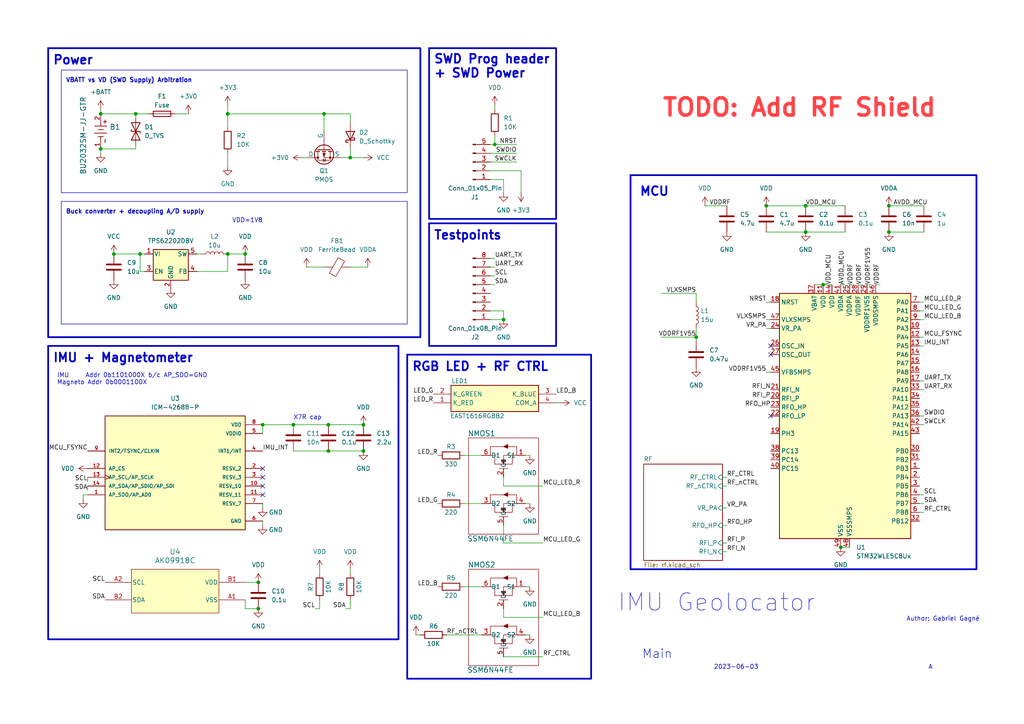
<source format=kicad_sch>
(kicad_sch (version 20230121) (generator eeschema)
  (paper "A4")
  (lib_symbols
    (symbol "AK09918C:AK09918C" (pin_names (offset 0.254))
      (property "Reference" "U4" (at 20.32 10.16 0))
      (property "Value" "AK09918C" (at 20.32 7.62 0))
      (symbol "AK09918C_0_1"
        (pin power_out line (at 40.64 -3.81 180) (length 7.62) (name "VSS") (number "A1"))
        (pin power_in line (at 40.64 1.27 180) (length 7.62) (name "VDD") (number "B1"))
        (pin bidirectional line (at 0 -3.81 0) (length 7.62) (name "SDA") (number "B2"))
      )
      (symbol "AK09918C_1_1"
        (pin input line (at 0 1.27 0) (length 7.62) (name "SCL") (number "A2"))
      )
    )
    (symbol "BU2032SM-JJ-GTR:BU2032SM-JJ-GTR" (pin_names (offset 0.254))
      (property "Reference" "B" (at 4.826 3.81 0))
      (property "Value" "BU2032SM-JJ-GTR" (at 4.826 -3.81 0))
      (symbol "BU2032SM-JJ-GTR_0_1"
        (pin unspecified line (at 10.16 0 180) (length 2.54) (name "") (number "1"))
        (pin unspecified line (at 0 0 0) (length 2.54) (name "") (number "2"))
      )
    )
    (symbol "Connector:Conn_01x05_Pin" (pin_names (offset 1.016) hide)
      (property "Reference" "J" (at 0 7.62 0))
      (property "Value" "Conn_01x05_Pin" (at 0 -7.62 0))
      (symbol "Conn_01x05_Pin_1_1"
        (pin passive line (at 5.08 5.08 180) (length 3.81) (name "Pin_1") (number "1"))
        (pin passive line (at 5.08 2.54 180) (length 3.81) (name "Pin_2") (number "2"))
        (pin passive line (at 5.08 0 180) (length 3.81) (name "Pin_3") (number "3"))
        (pin passive line (at 5.08 -2.54 180) (length 3.81) (name "Pin_4") (number "4"))
        (pin passive line (at 5.08 -5.08 180) (length 3.81) (name "Pin_5") (number "5"))
      )
    )
    (symbol "Connector:Conn_01x08_Pin" (pin_names (offset 1.016) hide)
      (property "Reference" "J" (at 0 10.16 0))
      (property "Value" "Conn_01x08_Pin" (at 0 -12.7 0))
      (symbol "Conn_01x08_Pin_1_1"
        (pin passive line (at 5.08 7.62 180) (length 3.81) (name "Pin_1") (number "1"))
        (pin passive line (at 5.08 5.08 180) (length 3.81) (name "Pin_2") (number "2"))
        (pin passive line (at 5.08 2.54 180) (length 3.81) (name "Pin_3") (number "3"))
        (pin passive line (at 5.08 0 180) (length 3.81) (name "Pin_4") (number "4"))
        (pin passive line (at 5.08 -2.54 180) (length 3.81) (name "Pin_5") (number "5"))
        (pin passive line (at 5.08 -5.08 180) (length 3.81) (name "Pin_6") (number "6"))
        (pin passive line (at 5.08 -7.62 180) (length 3.81) (name "Pin_7") (number "7"))
        (pin passive line (at 5.08 -10.16 180) (length 3.81) (name "Pin_8") (number "8"))
      )
    )
    (symbol "Device:C" (pin_numbers hide) (pin_names (offset 0.254))
      (property "Reference" "C" (at 0.635 2.54 0))
      (property "Value" "C" (at 0.635 -2.54 0))
      (symbol "C_1_1"
        (pin passive line (at 0 3.81 270) (length 2.794) (name "~") (number "1"))
        (pin passive line (at 0 -3.81 90) (length 2.794) (name "~") (number "2"))
      )
    )
    (symbol "Device:D_Schottky" (pin_numbers hide) (pin_names (offset 1.016) hide)
      (property "Reference" "D" (at 0 2.54 0))
      (property "Value" "D_Schottky" (at 0 -2.54 0))
      (symbol "D_Schottky_1_1"
        (pin passive line (at -3.81 0 0) (length 2.54) (name "K") (number "1"))
        (pin passive line (at 3.81 0 180) (length 2.54) (name "A") (number "2"))
      )
    )
    (symbol "Device:D_TVS" (pin_numbers hide) (pin_names (offset 1.016) hide)
      (property "Reference" "D" (at 0 2.54 0))
      (property "Value" "D_TVS" (at 0 -2.54 0))
      (symbol "D_TVS_1_1"
        (pin passive line (at -3.81 0 0) (length 2.54) (name "A1") (number "1"))
        (pin passive line (at 3.81 0 180) (length 2.54) (name "A2") (number "2"))
      )
    )
    (symbol "Device:FerriteBead" (pin_numbers hide) (pin_names (offset 0))
      (property "Reference" "FB" (at -3.81 0.635 90))
      (property "Value" "FerriteBead" (at 3.81 0 90))
      (symbol "FerriteBead_1_1"
        (pin passive line (at 0 3.81 270) (length 2.54) (name "~") (number "1"))
        (pin passive line (at 0 -3.81 90) (length 2.54) (name "~") (number "2"))
      )
    )
    (symbol "Device:Fuse" (pin_numbers hide) (pin_names (offset 0))
      (property "Reference" "F" (at 2.032 0 90))
      (property "Value" "Fuse" (at -1.905 0 90))
      (symbol "Fuse_1_1"
        (pin passive line (at 0 3.81 270) (length 1.27) (name "~") (number "1"))
        (pin passive line (at 0 -3.81 90) (length 1.27) (name "~") (number "2"))
      )
    )
    (symbol "Device:L" (pin_numbers hide) (pin_names (offset 1.016) hide)
      (property "Reference" "L" (at -1.27 0 90))
      (property "Value" "L" (at 1.905 0 90))
      (symbol "L_1_1"
        (pin passive line (at 0 3.81 270) (length 1.27) (name "1") (number "1"))
        (pin passive line (at 0 -3.81 90) (length 1.27) (name "2") (number "2"))
      )
    )
    (symbol "Device:R" (pin_numbers hide) (pin_names (offset 0))
      (property "Reference" "R" (at 2.032 0 90))
      (property "Value" "R" (at 0 0 90))
      (symbol "R_1_1"
        (pin passive line (at 0 3.81 270) (length 1.27) (name "~") (number "1"))
        (pin passive line (at 0 -3.81 90) (length 1.27) (name "~") (number "2"))
      )
    )
    (symbol "EAST1616RGBB2:EAST1616RGBB2"
      (property "Reference" "LED" (at 31.75 7.62 0))
      (property "Value" "EAST1616RGBB2" (at 31.75 5.08 0))
      (symbol "EAST1616RGBB2_1_1"
        (pin passive line (at 0 -2.54 0) (length 5.08) (name "K_RED") (number "1"))
        (pin passive line (at 0 0 0) (length 5.08) (name "K_GREEN") (number "2"))
        (pin passive line (at 35.56 0 180) (length 5.08) (name "K_BLUE") (number "3"))
        (pin passive line (at 35.56 -2.54 180) (length 5.08) (name "COM_A") (number "4"))
      )
    )
    (symbol "ICM-42688-P:ICM-42688-P" (pin_names (offset 1.016))
      (property "Reference" "U" (at -20.32 16.002 0))
      (property "Value" "ICM-42688-P" (at -20.32 -20.32 0))
      (symbol "ICM-42688-P_0_0"
        (pin bidirectional line (at -25.4 -7.62 0) (length 5.08) (name "AP_SDO/AP_AD0") (number "1"))
        (pin passive line (at 25.4 -5.08 180) (length 5.08) (name "RESV_10") (number "10"))
        (pin passive line (at 25.4 -7.62 180) (length 5.08) (name "RESV_11") (number "11"))
        (pin input line (at -25.4 0 0) (length 5.08) (name "AP_CS") (number "12"))
        (pin input clock (at -25.4 -2.54 0) (length 5.08) (name "AP_SCL/AP_SCLK") (number "13"))
        (pin bidirectional line (at -25.4 -5.08 0) (length 5.08) (name "AP_SDA/AP_SDIO/AP_SDI") (number "14"))
        (pin passive line (at 25.4 0 180) (length 5.08) (name "RESV_2") (number "2"))
        (pin passive line (at 25.4 -2.54 180) (length 5.08) (name "RESV_3") (number "3"))
        (pin output line (at 25.4 5.08 180) (length 5.08) (name "INT1/INT") (number "4"))
        (pin power_in line (at 25.4 10.16 180) (length 5.08) (name "VDDIO") (number "5"))
        (pin power_in line (at 25.4 -15.24 180) (length 5.08) (name "GND") (number "6"))
        (pin passive line (at 25.4 -10.16 180) (length 5.08) (name "RESV_7") (number "7"))
        (pin power_in line (at 25.4 12.7 180) (length 5.08) (name "VDD") (number "8"))
        (pin bidirectional line (at -25.4 5.08 0) (length 5.08) (name "INT2/FSYNC/CLKIN") (number "9"))
      )
    )
    (symbol "MCU_ST_STM32WL:STM32WLE5C8Ux"
      (property "Reference" "U" (at -17.78 36.83 0))
      (property "Value" "STM32WLE5C8Ux" (at 12.7 36.83 0))
      (symbol "STM32WLE5C8Ux_1_1"
        (pin bidirectional line (at 22.86 -15.24 180) (length 2.54) (name "PB3") (number "1"))
        (pin bidirectional line (at 22.86 25.4 180) (length 2.54) (name "PA3") (number "10"))
        (pin power_in line (at -5.08 38.1 270) (length 2.54) (name "VDD") (number "11"))
        (pin bidirectional line (at 22.86 22.86 180) (length 2.54) (name "PA4") (number "12"))
        (pin bidirectional line (at 22.86 20.32 180) (length 2.54) (name "PA5") (number "13"))
        (pin bidirectional line (at 22.86 17.78 180) (length 2.54) (name "PA6") (number "14"))
        (pin bidirectional line (at 22.86 15.24 180) (length 2.54) (name "PA7") (number "15"))
        (pin bidirectional line (at 22.86 12.7 180) (length 2.54) (name "PA8") (number "16"))
        (pin bidirectional line (at 22.86 10.16 180) (length 2.54) (name "PA9") (number "17"))
        (pin input line (at -20.32 33.02 0) (length 2.54) (name "NRST") (number "18"))
        (pin bidirectional line (at -20.32 -5.08 0) (length 2.54) (name "PH3") (number "19"))
        (pin bidirectional line (at 22.86 -17.78 180) (length 2.54) (name "PB4") (number "2"))
        (pin bidirectional line (at -20.32 5.08 0) (length 2.54) (name "RFI_P") (number "20"))
        (pin bidirectional line (at -20.32 7.62 0) (length 2.54) (name "RFI_N") (number "21"))
        (pin bidirectional line (at -20.32 0 0) (length 2.54) (name "RFO_LP") (number "22"))
        (pin bidirectional line (at -20.32 2.54 0) (length 2.54) (name "RFO_HP") (number "23"))
        (pin power_in line (at -20.32 25.4 0) (length 2.54) (name "VR_PA") (number "24"))
        (pin power_in line (at 2.54 38.1 270) (length 2.54) (name "VDDPA") (number "25"))
        (pin input line (at -20.32 20.32 0) (length 2.54) (name "OSC_IN") (number "26"))
        (pin input line (at -20.32 17.78 0) (length 2.54) (name "OSC_OUT") (number "27"))
        (pin power_in line (at 5.08 38.1 270) (length 2.54) (name "VDDRF") (number "28"))
        (pin power_in line (at 7.62 38.1 270) (length 2.54) (name "VDDRF1V55") (number "29"))
        (pin bidirectional line (at 22.86 -20.32 180) (length 2.54) (name "PB5") (number "3"))
        (pin bidirectional line (at 22.86 -10.16 180) (length 2.54) (name "PB0") (number "30"))
        (pin bidirectional line (at 22.86 -12.7 180) (length 2.54) (name "PB2") (number "31"))
        (pin bidirectional line (at 22.86 -30.48 180) (length 2.54) (name "PB12") (number "32"))
        (pin bidirectional line (at 22.86 7.62 180) (length 2.54) (name "PA10") (number "33"))
        (pin bidirectional line (at 22.86 5.08 180) (length 2.54) (name "PA11") (number "34"))
        (pin bidirectional line (at 22.86 2.54 180) (length 2.54) (name "PA12") (number "35"))
        (pin bidirectional line (at 22.86 0 180) (length 2.54) (name "PA13") (number "36"))
        (pin power_in line (at -7.62 38.1 270) (length 2.54) (name "VBAT") (number "37"))
        (pin bidirectional line (at -20.32 -10.16 0) (length 2.54) (name "PC13") (number "38"))
        (pin bidirectional line (at -20.32 -12.7 0) (length 2.54) (name "PC14") (number "39"))
        (pin bidirectional line (at 22.86 -22.86 180) (length 2.54) (name "PB6") (number "4"))
        (pin bidirectional line (at -20.32 -15.24 0) (length 2.54) (name "PC15") (number "40"))
        (pin power_in line (at 0 38.1 270) (length 2.54) (name "VDDA") (number "41"))
        (pin bidirectional line (at 22.86 -2.54 180) (length 2.54) (name "PA14") (number "42"))
        (pin bidirectional line (at 22.86 -5.08 180) (length 2.54) (name "PA15") (number "43"))
        (pin power_in line (at -2.54 38.1 270) (length 2.54) (name "VDD") (number "44"))
        (pin input line (at -20.32 12.7 0) (length 2.54) (name "VFBSMPS") (number "45"))
        (pin power_in line (at 10.16 38.1 270) (length 2.54) (name "VDDSMPS") (number "46"))
        (pin power_in line (at -20.32 27.94 0) (length 2.54) (name "VLXSMPS") (number "47"))
        (pin power_in line (at 2.54 -38.1 90) (length 2.54) (name "VSSSMPS") (number "48"))
        (pin power_in line (at 0 -38.1 90) (length 2.54) (name "VSS") (number "49"))
        (pin bidirectional line (at 22.86 -25.4 180) (length 2.54) (name "PB7") (number "5"))
        (pin bidirectional line (at 22.86 -27.94 180) (length 2.54) (name "PB8") (number "6"))
        (pin bidirectional line (at 22.86 33.02 180) (length 2.54) (name "PA0") (number "7"))
        (pin bidirectional line (at 22.86 30.48 180) (length 2.54) (name "PA1") (number "8"))
        (pin bidirectional line (at 22.86 27.94 180) (length 2.54) (name "PA2") (number "9"))
      )
    )
    (symbol "Regulator_Switching:TPS62202DBV" (pin_names (offset 0.254))
      (property "Reference" "U" (at -5.08 7.62 0))
      (property "Value" "TPS62202DBV" (at 0 7.62 0))
      (symbol "TPS62202DBV_1_1"
        (pin power_in line (at -7.62 5.08 0) (length 2.54) (name "VI") (number "1"))
        (pin power_in line (at 0 -5.08 90) (length 2.54) (name "GND") (number "2"))
        (pin input line (at -7.62 0 0) (length 2.54) (name "EN") (number "3"))
        (pin input line (at 7.62 0 180) (length 2.54) (name "FB") (number "4"))
        (pin output line (at 7.62 5.08 180) (length 2.54) (name "SW") (number "5"))
      )
    )
    (symbol "SSM6N44FE,LM:SSM6N44FE" (pin_names (offset 0.254))
      (property "Reference" "NMOS" (at -6.35 12.7 0))
      (property "Value" "SSM6N44FE" (at -3.81 -19.05 0))
      (symbol "SSM6N44FE_1_1"
        (pin unspecified line (at 6.35 6.35 180) (length 2.54) (name "S1") (number "1"))
        (pin unspecified line (at 0 0 90) (length 2.54) (name "G1") (number "2"))
        (pin unspecified line (at -6.35 -7.62 0) (length 2.54) (name "D2") (number "3"))
        (pin unspecified line (at 6.35 -7.62 180) (length 2.54) (name "S2") (number "4"))
        (pin unspecified line (at 0 -13.97 90) (length 2.54) (name "G2") (number "5"))
        (pin unspecified line (at -6.35 6.35 0) (length 2.54) (name "D1") (number "6"))
      )
    )
    (symbol "Simulation_SPICE:PMOS" (pin_numbers hide) (pin_names (offset 0))
      (property "Reference" "Q" (at 5.08 1.27 0))
      (property "Value" "PMOS" (at 5.08 -1.27 0))
      (symbol "PMOS_1_1"
        (pin passive line (at 2.54 5.08 270) (length 2.54) (name "D") (number "1"))
        (pin input line (at -5.08 0 0) (length 2.54) (name "G") (number "2"))
        (pin passive line (at 2.54 -5.08 90) (length 2.54) (name "S") (number "3"))
      )
    )
    (symbol "power:+3V0" (power) (pin_names (offset 0))
      (property "Value" "+3V0" (at 0 3.556 0))
      (symbol "+3V0_1_1"
        (pin power_in line (at 0 0 90) (length 0) hide (name "+3V0") (number "1"))
      )
    )
    (symbol "power:+3V3" (power) (pin_names (offset 0))
      (property "Value" "+3V3" (at 0 3.556 0))
      (symbol "+3V3_1_1"
        (pin power_in line (at 0 0 90) (length 0) hide (name "+3V3") (number "1"))
      )
    )
    (symbol "power:+BATT" (power) (pin_names (offset 0))
      (property "Value" "+BATT" (at 0 3.556 0))
      (symbol "+BATT_1_1"
        (pin power_in line (at 0 0 90) (length 0) hide (name "+BATT") (number "1"))
      )
    )
    (symbol "power:GND" (power) (pin_names (offset 0))
      (property "Value" "GND" (at 0 -3.81 0))
      (symbol "GND_1_1"
        (pin power_in line (at 0 0 270) (length 0) hide (name "GND") (number "1"))
      )
    )
    (symbol "power:VCC" (power) (pin_names (offset 0))
      (property "Value" "VCC" (at 0 3.81 0))
      (symbol "VCC_1_1"
        (pin power_in line (at 0 0 90) (length 0) hide (name "VCC") (number "1"))
      )
    )
    (symbol "power:VDD" (power) (pin_names (offset 0))
      (property "Value" "VDD" (at 0 3.81 0))
      (symbol "VDD_1_1"
        (pin power_in line (at 0 0 90) (length 0) hide (name "VDD") (number "1"))
      )
    )
    (symbol "power:VDDA" (power) (pin_names (offset 0))
      (property "Value" "VDDA" (at 0 3.81 0))
      (symbol "VDDA_1_1"
        (pin power_in line (at 0 0 90) (length 0) hide (name "VDDA") (number "1"))
      )
    )
  )
  (junction (at 93.98 33.02))
  (junction (at 233.68 67.31))
  (junction (at 257.81 59.69))
  (junction (at 146.05 92.71))
  (junction (at 105.41 130.81))
  (junction (at 85.09 123.19))
  (junction (at 95.25 123.19))
  (junction (at 74.93 168.91))
  (junction (at 76.2 123.19))
  (junction (at 74.93 176.53))
  (junction (at 257.81 67.31))
  (junction (at 143.51 41.91))
  (junction (at 238.76 82.55))
  (junction (at 95.25 130.81))
  (junction (at 29.21 43.18))
  (junction (at 105.41 123.19))
  (junction (at 40.64 73.66))
  (junction (at 29.21 33.02))
  (junction (at 66.04 73.66))
  (junction (at 101.6 45.72))
  (junction (at 243.84 158.75))
  (junction (at 66.04 33.02))
  (junction (at 233.68 59.69))
  (junction (at 201.93 97.79))
  (junction (at 39.37 33.02))
  (junction (at 222.25 59.69))
  (junction (at 33.02 73.66))
  (junction (at 71.12 73.66))
  (no_connect (at 223.52 102.87))
  (no_connect (at 76.2 143.51))
  (no_connect (at 223.52 100.33))
  (no_connect (at 76.2 140.97))
  (no_connect (at 76.2 135.89))
  (no_connect (at 223.52 120.65))
  (no_connect (at 76.2 138.43))
  (wire (pts (xy 142.24 92.71) (xy 146.05 92.71)))
  (wire (pts (xy 143.51 80.01) (xy 142.24 80.01)))
  (wire (pts (xy 92.71 165.1) (xy 92.71 166.37)))
  (wire (pts (xy 142.24 82.55) (xy 143.51 82.55)))
  (wire (pts (xy 120.65 184.15) (xy 121.92 184.15)))
  (wire (pts (xy 209.55 138.43) (xy 210.82 138.43)))
  (wire (pts (xy 266.7 100.33) (xy 267.97 100.33)))
  (wire (pts (xy 245.11 82.55) (xy 243.84 82.55)))
  (wire (pts (xy 257.81 59.69) (xy 267.97 59.69)))
  (wire (pts (xy 267.97 113.03) (xy 266.7 113.03)))
  (wire (pts (xy 66.04 33.02) (xy 66.04 30.48)))
  (wire (pts (xy 134.62 132.08) (xy 139.7 132.08)))
  (wire (pts (xy 76.2 152.4) (xy 76.2 151.13)))
  (wire (pts (xy 142.24 52.07) (xy 146.05 52.07)))
  (wire (pts (xy 29.21 43.18) (xy 39.37 43.18)))
  (wire (pts (xy 222.25 59.69) (xy 233.68 59.69)))
  (wire (pts (xy 101.6 77.47) (xy 106.68 77.47)))
  (wire (pts (xy 87.63 45.72) (xy 88.9 45.72)))
  (wire (pts (xy 209.55 140.97) (xy 210.82 140.97)))
  (wire (pts (xy 71.12 173.99) (xy 71.12 176.53)))
  (wire (pts (xy 152.4 184.15) (xy 153.67 184.15)))
  (wire (pts (xy 129.54 184.15) (xy 139.7 184.15)))
  (wire (pts (xy 66.04 73.66) (xy 71.12 73.66)))
  (wire (pts (xy 142.24 77.47) (xy 143.51 77.47)))
  (wire (pts (xy 100.33 176.53) (xy 101.6 176.53)))
  (wire (pts (xy 50.8 33.02) (xy 54.61 33.02)))
  (wire (pts (xy 267.97 97.79) (xy 266.7 97.79)))
  (wire (pts (xy 142.24 44.45) (xy 149.86 44.45)))
  (wire (pts (xy 57.15 78.74) (xy 66.04 78.74)))
  (wire (pts (xy 267.97 87.63) (xy 266.7 87.63)))
  (wire (pts (xy 142.24 90.17) (xy 146.05 90.17)))
  (wire (pts (xy 146.05 176.53) (xy 146.05 179.07)))
  (wire (pts (xy 233.68 67.31) (xy 245.11 67.31)))
  (wire (pts (xy 101.6 45.72) (xy 99.06 45.72)))
  (wire (pts (xy 222.25 67.31) (xy 233.68 67.31)))
  (wire (pts (xy 74.93 176.53) (xy 71.12 176.53)))
  (wire (pts (xy 146.05 190.5) (xy 157.48 190.5)))
  (wire (pts (xy 151.13 55.88) (xy 151.13 49.53)))
  (wire (pts (xy 101.6 33.02) (xy 101.6 35.56)))
  (wire (pts (xy 66.04 33.02) (xy 93.98 33.02)))
  (wire (pts (xy 250.19 82.55) (xy 248.92 82.55)))
  (wire (pts (xy 152.4 146.05) (xy 153.67 146.05)))
  (wire (pts (xy 101.6 43.18) (xy 101.6 45.72)))
  (wire (pts (xy 101.6 165.1) (xy 101.6 166.37)))
  (wire (pts (xy 267.97 110.49) (xy 266.7 110.49)))
  (wire (pts (xy 43.18 33.02) (xy 39.37 33.02)))
  (wire (pts (xy 266.7 148.59) (xy 267.97 148.59)))
  (wire (pts (xy 222.25 95.25) (xy 223.52 95.25)))
  (wire (pts (xy 33.02 73.66) (xy 40.64 73.66)))
  (wire (pts (xy 247.65 82.55) (xy 246.38 82.55)))
  (wire (pts (xy 93.98 33.02) (xy 93.98 38.1)))
  (wire (pts (xy 143.51 39.37) (xy 143.51 41.91)))
  (wire (pts (xy 201.93 95.25) (xy 201.93 97.79)))
  (wire (pts (xy 85.09 130.81) (xy 95.25 130.81)))
  (wire (pts (xy 238.76 82.55) (xy 241.3 82.55)))
  (wire (pts (xy 257.81 67.31) (xy 267.97 67.31)))
  (wire (pts (xy 85.09 123.19) (xy 95.25 123.19)))
  (wire (pts (xy 252.73 82.55) (xy 251.46 82.55)))
  (wire (pts (xy 92.71 176.53) (xy 92.71 173.99)))
  (wire (pts (xy 134.62 146.05) (xy 139.7 146.05)))
  (wire (pts (xy 57.15 73.66) (xy 58.42 73.66)))
  (wire (pts (xy 29.21 33.02) (xy 39.37 33.02)))
  (wire (pts (xy 101.6 45.72) (xy 105.41 45.72)))
  (wire (pts (xy 222.25 87.63) (xy 223.52 87.63)))
  (wire (pts (xy 142.24 41.91) (xy 143.51 41.91)))
  (wire (pts (xy 142.24 74.93) (xy 143.51 74.93)))
  (wire (pts (xy 146.05 179.07) (xy 157.48 179.07)))
  (wire (pts (xy 101.6 176.53) (xy 101.6 173.99)))
  (wire (pts (xy 191.77 85.09) (xy 201.93 85.09)))
  (wire (pts (xy 29.21 44.45) (xy 29.21 43.18)))
  (wire (pts (xy 40.64 73.66) (xy 41.91 73.66)))
  (wire (pts (xy 25.4 142.24) (xy 25.4 140.97)))
  (wire (pts (xy 66.04 36.83) (xy 66.04 33.02)))
  (wire (pts (xy 146.05 152.4) (xy 146.05 157.48)))
  (wire (pts (xy 74.93 168.91) (xy 71.12 168.91)))
  (wire (pts (xy 152.4 170.18) (xy 153.67 170.18)))
  (wire (pts (xy 151.13 49.53) (xy 142.24 49.53)))
  (wire (pts (xy 267.97 92.71) (xy 266.7 92.71)))
  (wire (pts (xy 142.24 46.99) (xy 149.86 46.99)))
  (wire (pts (xy 29.21 31.75) (xy 29.21 33.02)))
  (wire (pts (xy 267.97 90.17) (xy 266.7 90.17)))
  (wire (pts (xy 134.62 170.18) (xy 139.7 170.18)))
  (wire (pts (xy 201.93 85.09) (xy 201.93 87.63)))
  (wire (pts (xy 91.44 176.53) (xy 92.71 176.53)))
  (wire (pts (xy 191.77 97.79) (xy 201.93 97.79)))
  (wire (pts (xy 39.37 43.18) (xy 39.37 41.91)))
  (wire (pts (xy 152.4 132.08) (xy 153.67 132.08)))
  (wire (pts (xy 222.25 92.71) (xy 223.52 92.71)))
  (wire (pts (xy 222.25 107.95) (xy 223.52 107.95)))
  (wire (pts (xy 76.2 147.32) (xy 76.2 146.05)))
  (wire (pts (xy 209.55 152.4) (xy 210.82 152.4)))
  (wire (pts (xy 204.47 59.69) (xy 210.82 59.69)))
  (wire (pts (xy 243.84 158.75) (xy 246.38 158.75)))
  (wire (pts (xy 66.04 78.74) (xy 66.04 73.66)))
  (wire (pts (xy 201.93 97.79) (xy 201.93 99.06)))
  (wire (pts (xy 25.4 139.7) (xy 25.4 138.43)))
  (wire (pts (xy 88.9 77.47) (xy 93.98 77.47)))
  (wire (pts (xy 146.05 90.17) (xy 146.05 92.71)))
  (wire (pts (xy 255.27 82.55) (xy 254 82.55)))
  (wire (pts (xy 95.25 123.19) (xy 105.41 123.19)))
  (wire (pts (xy 266.7 120.65) (xy 267.97 120.65)))
  (wire (pts (xy 209.55 157.48) (xy 210.82 157.48)))
  (wire (pts (xy 143.51 30.48) (xy 143.51 31.75)))
  (wire (pts (xy 146.05 138.43) (xy 146.05 140.97)))
  (wire (pts (xy 209.55 147.32) (xy 210.8014 147.32)))
  (wire (pts (xy 146.05 52.07) (xy 146.05 55.88)))
  (wire (pts (xy 266.7 123.19) (xy 267.97 123.19)))
  (wire (pts (xy 76.2 123.19) (xy 85.09 123.19)))
  (wire (pts (xy 146.05 140.97) (xy 157.48 140.97)))
  (wire (pts (xy 93.98 33.02) (xy 101.6 33.02)))
  (wire (pts (xy 161.29 116.84) (xy 162.56 116.84)))
  (wire (pts (xy 39.37 33.02) (xy 39.37 34.29)))
  (wire (pts (xy 76.2 123.19) (xy 76.2 125.73)))
  (wire (pts (xy 40.64 78.74) (xy 40.64 73.66)))
  (wire (pts (xy 25.4 143.51) (xy 24.13 143.51)))
  (wire (pts (xy 95.25 130.81) (xy 105.41 130.81)))
  (wire (pts (xy 209.55 160.02) (xy 210.82 160.02)))
  (wire (pts (xy 146.05 157.48) (xy 157.48 157.48)))
  (wire (pts (xy 66.04 44.45) (xy 66.04 48.26)))
  (wire (pts (xy 143.51 41.91) (xy 149.86 41.91)))
  (wire (pts (xy 233.68 59.69) (xy 245.11 59.69)))
  (wire (pts (xy 266.7 146.05) (xy 267.97 146.05)))
  (wire (pts (xy 266.7 143.51) (xy 267.97 143.51)))
  (wire (pts (xy 24.13 143.51) (xy 24.13 144.78)))
  (wire (pts (xy 41.91 78.74) (xy 40.64 78.74)))
  (wire (pts (xy 236.22 82.55) (xy 238.76 82.55)))
  (rectangle (start 182.88 50.8) (end 283.21 165.1) (stroke (width 0.5)))
  (rectangle (start 17.78 58.42) (end 118.11 93.98))
  (rectangle (start 13.97 100.33) (end 115.57 185.42) (stroke (width 0.5)))
  (rectangle (start 118.11 102.87) (end 171.45 196.85) (stroke (width 0.5)))
  (rectangle (start 124.46 13.97) (end 161.29 63.5) (stroke (width 0.5)))
  (rectangle (start 13.97 13.97) (end 121.92 97.79) (stroke (width 0.5)))
  (rectangle (start 124.46 64.77) (end 161.29 100.33) (stroke (width 0.5)))
  (rectangle (start 17.78 20.32) (end 118.11 55.88))
  (text "Testpoints" (at 125.73 69.85 0) (effects (font (size 2.54 2.54) (thickness 0.508) bold) (justify left bottom)))
  (text "TODO: Add RF Shield" (at 191.77 34.29 0) (effects (font (size 5 5) (thickness 1) bold) (justify left bottom)))
  (text "A" (at 269.24 194.31 0) (effects (font (size 1.27 1.27)) (justify left bottom)))
  (text "RGB LED + RF CTRL" (at 119.38 107.95 0) (effects (font (size 2.54 2.54) (thickness 0.508) bold) (justify left bottom)))
  (text "IMU Geolocator" (at 179.07 177.8 0) (effects (font (size 5 5)) (justify left bottom)))
  (text "Power" (at 15.24 19.05 0) (effects (font (size 2.54 2.54) (thickness 0.508) bold) (justify left bottom)))
  (text "Main" (at 186.1691 191.2831 0) (effects (font (size 2.54 2.54)) (justify left bottom)))
  (text "IMU     Addr 0b1101000X b/c AP_SDO=GND\nMagneto Addr 0b0001100X" (at 16.51 111.76 0) (effects (font (size 1.27 1.27)) (justify left bottom)))
  (text "Author: Gabriel Gagné" (at 262.89 180.34 0) (effects (font (size 1.27 1.27)) (justify left bottom)))
  (text "MCU" (at 185.42 57.15 0) (effects (font (size 2.54 2.54) (thickness 0.508) bold) (justify left bottom)))
  (text "Buck converter + decoupling A/D supply" (at 19.05 62.23 0) (effects (font (size 1.27 1.27) (thickness 0.254) bold) (justify left bottom)))
  (text "2023-06-03" (at 207.01 194.31 0) (effects (font (size 1.27 1.27)) (justify left bottom)))
  (text "VBATT vs VD (SWD Supply) Arbitration" (at 19.05 24.13 0) (effects (font (size 1.27 1.27) (thickness 0.254) bold) (justify left bottom)))
  (text "IMU + Magnetometer" (at 15.24 105.41 0) (effects (font (size 2.54 2.54) (thickness 0.508) bold) (justify left bottom)))
  (text "VDD=1V8" (at 67.31 64.77 0) (effects (font (size 1.27 1.27)) (justify left bottom)))
  (text "SWD Prog header\n+ SWD Power" (at 125.73 22.86 0) (effects (font (size 2.54 2.54) (thickness 0.508) bold) (justify left bottom)))
  (text "X7R cap" (at 85.09 121.92 0) (effects (font (size 1.27 1.27)) (justify left bottom)))
  (label "RFI_P" (at 210.82 157.48 0))
  (label "MCU_LED_R" (at 157.48 140.97 0))
  (label "MCU_FSYNC" (at 25.4 130.81 180))
  (label "UART_TX" (at 143.51 74.93 0))
  (label "LED_G" (at 127 146.05 180))
  (label "SCL" (at 91.44 176.53 180))
  (label "NRST" (at 222.25 87.63 180))
  (label "VDDRF" (at 247.65 82.55 90))
  (label "IMU_INT" (at 267.97 100.33 0))
  (label "UART_RX" (at 267.97 113.03 0))
  (label "MCU_LED_G" (at 157.48 157.48 0))
  (label "RFI_P" (at 223.52 115.57 180))
  (label "VDDRF1V55" (at 252.73 82.55 90))
  (label "VDDRF" (at 255.27 82.55 90))
  (label "LED_R" (at 125.73 116.84 180))
  (label "VDDRF1V55" (at 201.93 97.79 180))
  (label "VDDRF1V55" (at 222.25 107.95 180))
  (label "RF_CTRL" (at 210.82 138.43 0))
  (label "UART_TX" (at 267.97 110.49 0))
  (label "NRST" (at 149.86 41.91 180))
  (label "VDD_MCU" (at 233.68 59.69 0))
  (label "SCL" (at 143.51 80.01 0))
  (label "RFI_N" (at 223.52 113.03 180))
  (label "SDA" (at 30.48 173.99 180))
  (label "UART_RX" (at 143.51 77.47 0))
  (label "AVDD_MCU" (at 259.08 59.69 0))
  (label "LED_G" (at 125.73 114.3 180))
  (label "MCU_LED_R" (at 267.97 87.63 0))
  (label "VDD_MCU" (at 241.3 82.55 90))
  (label "SDA" (at 25.4 142.24 180))
  (label "RF_nCTRL" (at 129.54 184.15 0))
  (label "SWDIO" (at 149.86 44.45 180))
  (label "SWCLK" (at 267.97 123.19 0))
  (label "RF_CTRL" (at 157.48 190.5 0))
  (label "LED_B" (at 127 170.18 180))
  (label "VDDRF" (at 205.74 59.69 0))
  (label "VR_PA" (at 222.25 95.25 180))
  (label "MCU_FSYNC" (at 267.97 97.79 0))
  (label "RFO_HP" (at 223.52 118.11 180))
  (label "SCL" (at 30.48 168.91 180))
  (label "AVDD_MCU" (at 245.11 82.55 90))
  (label "VLXSMPS" (at 201.93 85.09 180))
  (label "SCL" (at 267.97 143.51 0))
  (label "SDA" (at 267.97 146.05 0))
  (label "SDA" (at 100.33 176.53 180))
  (label "MCU_LED_B" (at 267.97 92.71 0))
  (label "RFI_N" (at 210.82 160.02 0))
  (label "VDDRF" (at 250.19 82.55 90))
  (label "MCU_LED_G" (at 267.97 90.17 0))
  (label "SCL" (at 25.4 139.7 180))
  (label "MCU_LED_B" (at 157.48 179.07 0))
  (label "LED_R" (at 127 132.08 180))
  (label "IMU_INT" (at 76.2 130.81 0))
  (label "SWCLK" (at 149.86 46.99 180))
  (label "RFO_HP" (at 210.82 152.4 0))
  (label "LED_B" (at 161.29 114.3 0))
  (label "SWDIO" (at 267.97 120.65 0))
  (label "VLXSMPS" (at 222.25 92.71 180))
  (label "VR_PA" (at 210.8014 147.32 0))
  (label "RF_nCTRL" (at 210.82 140.97 0))
  (label "SDA" (at 143.51 82.55 0))
  (label "RF_CTRL" (at 267.97 148.59 0))
  (symbol (lib_id "SSM6N44FE,LM:SSM6N44FE") (at 146.05 138.43 0) (unit 1)
    (property "Reference" "NMOS1" (at 139.7 125.73 0) (effects (font (size 1.524 1.524))))
    (property "Value" "SSM6N44FE" (at 142.24 156.21 0) (effects (font (size 1.524 1.524))))
    (property "Footprint" "SSM6N44FE,LM:ES6" (effects hide))
    (property "Datasheet" "SSM6N44FE" (effects hide))
  )
  (symbol (lib_id "power:+3V3") (at 151.13 55.88 180) (unit 1)
    (property "Reference" "#PWR023" (effects hide))
    (property "Value" "+3V3" (at 151.13 60.96 0))
  )
  (symbol (lib_id "EAST1616RGBB2:EAST1616RGBB2") (at 125.73 114.3 0) (unit 1)
    (property "Reference" "LED1" (at 133.35 110.49 0))
    (property "Value" "EAST1616RGBB2" (at 138.43 120.65 0))
    (property "Footprint" "EAST1616RGBB2:EAST1616RGBB2" (effects hide))
    (property "Datasheet" "https://everlightamericas.com/index.php?controller=attachment&id_attachment=2426" (effects hide))
    (property "Height" "0.45" (effects hide))
    (property "Manufacturer_Name" "Everlight" (effects hide))
    (property "Manufacturer_Part_Number" "EAST1616RGBB2" (effects hide))
    (property "Link" "https://www.digikey.ca/en/products/detail/everlight-electronics-co-ltd/EAST1616RGBB2/8510360" (effects hide))
  )
  (symbol (lib_id "SSM6N44FE,LM:SSM6N44FE") (at 146.05 176.53 0) (unit 1)
    (property "Reference" "NMOS2" (at 139.7 163.83 0) (effects (font (size 1.524 1.524))))
    (property "Value" "SSM6N44FE" (at 142.24 194.31 0) (effects (font (size 1.524 1.524))))
    (property "Footprint" "SSM6N44FE,LM:ES6" (effects hide))
    (property "Datasheet" "SSM6N44FE" (effects hide))
  )
  (symbol (lib_id "power:VDDA") (at 106.68 77.47 0) (unit 1)
    (property "Reference" "#PWR015" (effects hide))
    (property "Value" "VDDA" (at 106.68 72.39 0))
  )
  (symbol (lib_id "Regulator_Switching:TPS62202DBV") (at 49.53 78.74 0) (unit 1)
    (property "Reference" "U2" (at 49.53 67.31 0))
    (property "Value" "TPS62202DBV" (at 49.53 69.85 0))
    (property "Footprint" "Package_TO_SOT_SMD:SOT-23-5" (effects hide))
    (property "Datasheet" "http://www.ti.com/lit/ds/symlink/tps62201.pdf" (effects hide))
    (property "Link" "https://www.digikey.ca/en/products/detail/texas-instruments/TPS62202DBVT/461342" (effects hide))
  )
  (symbol (lib_id "power:VDD") (at 143.51 30.48 0) (unit 1)
    (property "Reference" "#PWR021" (effects hide))
    (property "Value" "VDD" (at 143.51 25.4 0))
  )
  (symbol (lib_id "Device:R") (at 101.6 170.18 180) (unit 1)
    (property "Reference" "R8" (at 99.06 170.18 90))
    (property "Value" "10K" (at 104.14 170.18 90))
    (property "Footprint" "Resistor_SMD:R_0603_1608Metric" (effects hide))
  )
  (symbol (lib_id "power:+BATT") (at 29.21 31.75 0) (unit 1)
    (property "Reference" "#PWR017" (effects hide))
    (property "Value" "+BATT" (at 29.21 26.67 0))
  )
  (symbol (lib_id "power:GND") (at 76.2 147.32 0) (unit 1)
    (property "Reference" "#PWR033" (effects hide))
    (property "Value" "GND" (at 80.01 148.59 0))
  )
  (symbol (lib_id "power:VDD") (at 105.41 123.19 0) (unit 1)
    (property "Reference" "#PWR029" (effects hide))
    (property "Value" "VDD" (at 105.41 118.11 0))
  )
  (symbol (lib_id "Device:R") (at 130.81 146.05 90) (unit 1)
    (property "Reference" "R4" (at 130.81 143.51 90))
    (property "Value" "220" (at 130.81 148.59 90))
    (property "Footprint" "Resistor_SMD:R_0603_1608Metric" (effects hide))
  )
  (symbol (lib_id "Device:R") (at 92.71 170.18 180) (unit 1)
    (property "Reference" "R7" (at 90.17 170.18 90))
    (property "Value" "10K" (at 95.25 170.18 90))
    (property "Footprint" "Resistor_SMD:R_0603_1608Metric" (effects hide))
  )
  (symbol (lib_id "Device:R") (at 130.81 170.18 90) (unit 1)
    (property "Reference" "R5" (at 130.81 167.64 90))
    (property "Value" "220" (at 130.81 172.72 90))
    (property "Footprint" "Resistor_SMD:R_0603_1608Metric" (effects hide))
  )
  (symbol (lib_id "power:GND") (at 257.81 67.31 0) (unit 1)
    (property "Reference" "#PWR02" (effects hide))
    (property "Value" "GND" (at 257.81 72.39 0))
  )
  (symbol (lib_id "power:GND") (at 76.2 152.4 0) (unit 1)
    (property "Reference" "#PWR030" (effects hide))
    (property "Value" "GND" (at 80.01 153.67 0))
  )
  (symbol (lib_id "power:VDD") (at 25.4 135.89 90) (unit 1)
    (property "Reference" "#PWR032" (effects hide))
    (property "Value" "VDD" (at 21.59 135.89 90) (effects (justify left)))
  )
  (symbol (lib_id "power:VCC") (at 33.02 73.66 0) (unit 1)
    (property "Reference" "#PWR026" (effects hide))
    (property "Value" "VCC" (at 33.02 68.58 0))
  )
  (symbol (lib_id "power:GND") (at 153.67 184.15 0) (unit 1)
    (property "Reference" "#PWR050" (effects hide))
    (property "Value" "GND" (at 153.67 189.23 0))
  )
  (symbol (lib_id "power:GND") (at 74.93 176.53 0) (unit 1)
    (property "Reference" "#PWR028" (effects hide))
    (property "Value" "GND" (at 74.93 181.61 0))
  )
  (symbol (lib_id "power:VDD") (at 204.47 59.69 0) (unit 1)
    (property "Reference" "#PWR09" (effects hide))
    (property "Value" "VDD" (at 204.47 54.61 0))
  )
  (symbol (lib_id "Device:C") (at 245.11 63.5 0) (unit 1)
    (property "Reference" "C3" (at 248.92 62.23 0) (effects (justify left)))
    (property "Value" "0.1u" (at 248.92 64.77 0) (effects (justify left)))
    (property "Footprint" "Capacitor_SMD:C_0603_1608Metric" (effects hide))
  )
  (symbol (lib_id "Device:D_Schottky") (at 101.6 39.37 90) (unit 1)
    (property "Reference" "D2" (at 104.14 38.4175 90) (effects (justify right)))
    (property "Value" "D_Schottky" (at 104.14 40.9575 90) (effects (justify right)))
    (property "Footprint" "Diode_SMD:D_SOD-123F" (effects hide))
    (property "Link" "https://www.digikey.ca/en/products/detail/micro-commercial-co/SMD110PL-TP/2698532" (effects hide))
  )
  (symbol (lib_id "Device:C") (at 74.93 172.72 0) (unit 1)
    (property "Reference" "C10" (at 78.74 171.45 0) (effects (justify left)))
    (property "Value" "0.1u" (at 78.74 173.99 0) (effects (justify left)))
    (property "Footprint" "Capacitor_SMD:C_0603_1608Metric" (effects hide))
  )
  (symbol (lib_id "power:VDDA") (at 257.81 59.69 0) (unit 1)
    (property "Reference" "#PWR05" (effects hide))
    (property "Value" "VDDA" (at 257.81 54.61 0))
  )
  (symbol (lib_id "Device:C") (at 233.68 63.5 0) (unit 1)
    (property "Reference" "C2" (at 237.49 62.23 0) (effects (justify left)))
    (property "Value" "0.1u" (at 237.49 64.77 0) (effects (justify left)))
    (property "Footprint" "Capacitor_SMD:C_0603_1608Metric" (effects hide))
  )
  (symbol (lib_id "power:+3V0") (at 87.63 45.72 90) (unit 1)
    (property "Reference" "#PWR025" (effects hide))
    (property "Value" "+3V0" (at 83.82 45.72 90) (effects (justify left)))
  )
  (symbol (lib_id "power:+3V0") (at 54.61 33.02 0) (unit 1)
    (property "Reference" "#PWR019" (effects hide))
    (property "Value" "+3V0" (at 54.61 27.94 0))
  )
  (symbol (lib_id "power:VDD") (at 222.25 59.69 0) (unit 1)
    (property "Reference" "#PWR08" (effects hide))
    (property "Value" "VDD" (at 222.25 54.61 0))
  )
  (symbol (lib_id "Device:C") (at 210.82 63.5 0) (unit 1)
    (property "Reference" "C5" (at 214.63 62.23 0) (effects (justify left)))
    (property "Value" "4.7u" (at 214.63 64.77 0) (effects (justify left)))
    (property "Footprint" "Capacitor_SMD:C_0603_1608Metric" (effects hide))
  )
  (symbol (lib_id "Device:D_TVS") (at 39.37 38.1 90) (unit 1)
    (property "Reference" "D1" (at 41.91 36.83 90) (effects (justify right)))
    (property "Value" "D_TVS" (at 41.91 39.37 90) (effects (justify right)))
    (property "Footprint" "Diode_SMD:D_SOD-323F" (effects hide))
    (property "Datasheet" "https://www.diodes.com/assets/Datasheets/D5V0L1B2WS.pdf" (effects hide))
  )
  (symbol (lib_id "power:GND") (at 153.67 170.18 0) (unit 1)
    (property "Reference" "#PWR024" (effects hide))
    (property "Value" "GND" (at 153.67 175.26 0))
  )
  (symbol (lib_id "power:GND") (at 201.93 106.68 0) (unit 1)
    (property "Reference" "#PWR07" (effects hide))
    (property "Value" "GND" (at 201.93 111.76 0))
  )
  (symbol (lib_id "power:GND") (at 49.53 83.82 0) (unit 1)
    (property "Reference" "#PWR010" (effects hide))
    (property "Value" "GND" (at 49.53 88.9 0))
  )
  (symbol (lib_id "Device:C") (at 201.93 102.87 0) (unit 1)
    (property "Reference" "C7" (at 205.74 101.6 0) (effects (justify left)))
    (property "Value" "0.47u" (at 205.74 104.14 0) (effects (justify left)))
    (property "Footprint" "Capacitor_SMD:C_0603_1608Metric" (effects hide))
  )
  (symbol (lib_id "power:VDD") (at 74.93 168.91 0) (unit 1)
    (property "Reference" "#PWR027" (effects hide))
    (property "Value" "VDD" (at 74.93 163.83 0))
  )
  (symbol (lib_id "power:+3V3") (at 66.04 30.48 0) (unit 1)
    (property "Reference" "#PWR036" (effects hide))
    (property "Value" "+3V3" (at 66.04 25.4 0))
  )
  (symbol (lib_id "power:GND") (at 153.67 132.08 0) (unit 1)
    (property "Reference" "#PWR038" (effects hide))
    (property "Value" "GND" (at 153.67 137.16 0))
  )
  (symbol (lib_id "Device:C") (at 95.25 127 0) (unit 1)
    (property "Reference" "C12" (at 99.06 125.73 0) (effects (justify left)))
    (property "Value" "0.1u" (at 99.06 128.27 0) (effects (justify left)))
    (property "Footprint" "Capacitor_SMD:C_0603_1608Metric" (effects hide))
  )
  (symbol (lib_id "Device:FerriteBead") (at 97.79 77.47 90) (unit 1)
    (property "Reference" "FB1" (at 97.7392 69.85 90))
    (property "Value" "FerriteBead" (at 97.7392 72.39 90))
    (property "Footprint" "Inductor_SMD:L_0603_1608Metric" (effects hide))
    (property "Link" "https://www.digikey.ca/en/products/detail/murata-electronics/BLM18KG121TN1D/1982762" (effects hide))
  )
  (symbol (lib_id "Connector:Conn_01x08_Pin") (at 137.16 85.09 0) (mirror x) (unit 1)
    (property "Reference" "J2" (at 137.795 97.79 0))
    (property "Value" "Conn_01x08_Pin" (at 137.795 95.25 0))
    (property "Footprint" "Connector_PinHeader_2.54mm:PinHeader_1x08_P2.54mm_Vertical" (effects hide))
  )
  (symbol (lib_id "Device:C") (at 105.41 127 0) (unit 1)
    (property "Reference" "C13" (at 109.22 125.73 0) (effects (justify left)))
    (property "Value" "2.2u" (at 109.22 128.27 0) (effects (justify left)))
    (property "Footprint" "Capacitor_SMD:C_0603_1608Metric" (effects hide))
  )
  (symbol (lib_id "power:GND") (at 146.05 92.71 0) (unit 1)
    (property "Reference" "#PWR039" (effects hide))
    (property "Value" "GND" (at 146.05 97.79 0))
  )
  (symbol (lib_id "power:GND") (at 29.21 44.45 0) (unit 1)
    (property "Reference" "#PWR018" (effects hide))
    (property "Value" "GND" (at 29.21 49.53 0))
  )
  (symbol (lib_id "power:VDD") (at 120.65 184.15 0) (unit 1)
    (property "Reference" "#PWR06" (effects hide))
    (property "Value" "VDD" (at 120.65 179.07 0))
  )
  (symbol (lib_id "power:GND") (at 243.84 158.75 0) (unit 1)
    (property "Reference" "#PWR03" (effects hide))
    (property "Value" "GND" (at 243.84 163.83 0))
  )
  (symbol (lib_id "Device:L") (at 62.23 73.66 90) (unit 1)
    (property "Reference" "L2" (at 62.23 68.58 90))
    (property "Value" "10u" (at 62.23 71.12 90))
    (property "Footprint" "Inductor_SMD:L_0805_2012Metric" (effects hide))
  )
  (symbol (lib_id "Device:C") (at 85.09 127 0) (unit 1)
    (property "Reference" "C11" (at 88.9 125.73 0) (effects (justify left)))
    (property "Value" "10n" (at 88.9 128.27 0) (effects (justify left)))
    (property "Footprint" "Capacitor_SMD:C_0603_1608Metric" (effects hide))
  )
  (symbol (lib_id "Device:C") (at 222.25 63.5 0) (unit 1)
    (property "Reference" "C1" (at 226.06 62.23 0) (effects (justify left)))
    (property "Value" "4.7u" (at 226.06 64.77 0) (effects (justify left)))
    (property "Footprint" "Capacitor_SMD:C_0603_1608Metric" (effects hide))
  )
  (symbol (lib_id "Device:C") (at 267.97 63.5 0) (unit 1)
    (property "Reference" "C4" (at 271.78 62.23 0) (effects (justify left)))
    (property "Value" "1u" (at 271.78 64.77 0) (effects (justify left)))
    (property "Footprint" "Capacitor_SMD:C_0603_1608Metric" (effects hide))
  )
  (symbol (lib_id "power:VDD") (at 88.9 77.47 0) (unit 1)
    (property "Reference" "#PWR014" (effects hide))
    (property "Value" "VDD" (at 88.9 72.39 0))
  )
  (symbol (lib_id "ICM-42688-P:ICM-42688-P") (at 50.8 135.89 0) (unit 1)
    (property "Reference" "U3" (at 50.8 115.57 0))
    (property "Value" "ICM-42688-P" (at 50.8 118.11 0))
    (property "Footprint" "ICM-42688-P:PQFN50P300X250X97-14N" (effects hide))
    (property "Datasheet" "https://media.digikey.com/pdf/Data%20Sheets/TDK%20PDFs/ICM-42688-P_DS_Rev1.2.pdf" (effects hide))
    (property "PARTREV" "1.2" (effects hide))
    (property "STANDARD" "IPC-7351B" (effects hide))
    (property "MAXIMUM_PACKAGE_HEIGHT" "0.97mm" (effects hide))
    (property "MANUFACTURER" "TDK InvenSense" (effects hide))
    (property "Link" "https://www.digikey.ca/en/products/detail/tdk-invensense/ICM-42688-P/10824934?s=N4IgTCBcDaIJYGMC2BaALGAbADmyAugL5A" (effects hide))
  )
  (symbol (lib_id "power:GND") (at 33.02 81.28 0) (unit 1)
    (property "Reference" "#PWR011" (effects hide))
    (property "Value" "GND" (at 33.02 86.36 0))
  )
  (symbol (lib_id "AK09918C:AK09918C") (at 30.48 170.18 0) (unit 1)
    (property "Reference" "U4" (at 50.8 160.02 0) (effects (font (size 1.524 1.524))))
    (property "Value" "AK09918C" (at 50.8 162.56 0) (effects (font (size 1.524 1.524))))
    (property "Footprint" "AK09918C:BGA4_WL-CSP_AKM" (effects hide))
    (property "Datasheet" "https://www.akm.com/content/dam/documents/products/electronic-compass/ak09918c/ak09918c-en-datasheet.pdf" (effects hide))
    (property "Link" "https://www.digikey.ca/en/products/detail/asahi-kasei-microdevices-akm/AK09918C/7388307?s=N4IgTCBcDaIIYGsAMBOFBGAHCAugXyA" (effects hide))
  )
  (symbol (lib_id "power:GND") (at 24.13 144.78 0) (unit 1)
    (property "Reference" "#PWR031" (effects hide))
    (property "Value" "GND" (at 24.13 149.86 0))
  )
  (symbol (lib_id "Simulation_SPICE:PMOS") (at 93.98 43.18 90) (mirror x) (unit 1)
    (property "Reference" "Q1" (at 93.98 49.53 90))
    (property "Value" "PMOS" (at 93.98 52.07 90))
    (property "Footprint" "Package_TO_SOT_SMD:SOT-723" (effects hide))
    (property "Datasheet" "https://toshiba.semicon-storage.com/info/SSM3J56MFV_datasheet_en_20140301.pdf?did=7801&prodName=SSM3J56MFV" (effects hide))
    (property "Sim.Device" "PMOS" (effects hide))
    (property "Sim.Type" "VDMOS" (effects hide))
    (property "Sim.Pins" "1=D 2=G 3=S" (effects hide))
    (property "Link" "https://www.digikey.ca/en/products/detail/toshiba-semiconductor-and-storage/SSM3J56MFV-L3F/4305160" (effects hide))
  )
  (symbol (lib_id "power:GND") (at 105.41 130.81 0) (unit 1)
    (property "Reference" "#PWR034" (effects hide))
    (property "Value" "GND" (at 105.41 135.89 0))
  )
  (symbol (lib_id "power:VDD") (at 92.71 165.1 0) (unit 1)
    (property "Reference" "#PWR053" (effects hide))
    (property "Value" "VDD" (at 92.71 160.02 0))
  )
  (symbol (lib_id "Device:R") (at 125.73 184.15 90) (unit 1)
    (property "Reference" "R6" (at 125.73 181.61 90))
    (property "Value" "10K" (at 125.73 186.69 90))
    (property "Footprint" "Resistor_SMD:R_0603_1608Metric" (effects hide))
  )
  (symbol (lib_id "Device:L") (at 201.93 91.44 0) (unit 1)
    (property "Reference" "L1" (at 203.2 90.17 0) (effects (justify left)))
    (property "Value" "15u" (at 203.2 92.71 0) (effects (justify left)))
    (property "Footprint" "Inductor_SMD:L_0805_2012Metric" (effects hide))
    (property "Link" "https://www.digikey.ca/en/products/detail/tdk-corporation/MLZ2012N150LT000/2523501" (effects hide))
  )
  (symbol (lib_id "Connector:Conn_01x05_Pin") (at 137.16 46.99 0) (mirror x) (unit 1)
    (property "Reference" "J1" (at 137.795 57.15 0))
    (property "Value" "Conn_01x05_Pin" (at 137.795 54.61 0))
    (property "Footprint" "Connector_PinHeader_2.54mm:PinHeader_1x05_P2.54mm_Vertical" (effects hide))
  )
  (symbol (lib_id "power:VDD") (at 101.6 165.1 0) (unit 1)
    (property "Reference" "#PWR054" (effects hide))
    (property "Value" "VDD" (at 101.6 160.02 0))
  )
  (symbol (lib_id "power:GND") (at 233.68 67.31 0) (unit 1)
    (property "Reference" "#PWR01" (effects hide))
    (property "Value" "GND" (at 233.68 72.39 0))
  )
  (symbol (lib_id "Device:Fuse") (at 46.99 33.02 90) (unit 1)
    (property "Reference" "F1" (at 46.99 27.94 90))
    (property "Value" "Fuse" (at 46.99 30.48 90))
    (property "Footprint" "Fuse:Fuse_0603_1608Metric" (effects hide))
    (property "Datasheet" "https://industrial.panasonic.com/cdbs/www-data/pdf/AFA0000/AFA0000C7.pdf" (effects hide))
    (property "Link" "https://www.digikey.ca/en/products/detail/panasonic-electronic-components/ERB-RE1R00V/2796790" (effects hide))
  )
  (symbol (lib_id "power:GND") (at 66.04 48.26 0) (unit 1)
    (property "Reference" "#PWR022" (effects hide))
    (property "Value" "GND" (at 66.04 53.34 0))
  )
  (symbol (lib_id "power:GND") (at 71.12 81.28 0) (unit 1)
    (property "Reference" "#PWR012" (effects hide))
    (property "Value" "GND" (at 71.12 86.36 0))
  )
  (symbol (lib_id "power:VDD") (at 71.12 73.66 0) (unit 1)
    (property "Reference" "#PWR013" (effects hide))
    (property "Value" "VDD" (at 71.12 68.58 0))
  )
  (symbol (lib_id "Device:R") (at 66.04 40.64 0) (unit 1)
    (property "Reference" "R2" (at 68.58 39.37 0) (effects (justify left)))
    (property "Value" "10K" (at 68.58 41.91 0) (effects (justify left)))
    (property "Footprint" "Resistor_SMD:R_0603_1608Metric" (effects hide))
  )
  (symbol (lib_id "power:VCC") (at 162.56 116.84 270) (unit 1)
    (property "Reference" "#PWR035" (effects hide))
    (property "Value" "VCC" (at 166.37 116.84 90) (effects (justify left)))
  )
  (symbol (lib_id "BU2032SM-JJ-GTR:BU2032SM-JJ-GTR") (at 29.21 33.02 270) (unit 1)
    (property "Reference" "B1" (at 31.75 36.83 90) (effects (font (size 1.524 1.524)) (justify left)))
    (property "Value" "BU2032SM-JJ-GTR" (at 24.13 27.94 0) (effects (font (size 1.524 1.524)) (justify left)))
    (property "Footprint" "BU2032SM-JJ-GTR:BU2032SM-JJ-GTR_MPD" (effects hide))
    (property "Datasheet" "BU2032SM-JJ-GTR" (effects hide))
  )
  (symbol (lib_id "Device:R") (at 143.51 35.56 0) (unit 1)
    (property "Reference" "R1" (at 146.05 34.29 0) (effects (justify left)))
    (property "Value" "10K" (at 146.05 36.83 0) (effects (justify left)))
    (property "Footprint" "Resistor_SMD:R_0603_1608Metric" (effects hide))
  )
  (symbol (lib_id "Device:C") (at 257.81 63.5 0) (unit 1)
    (property "Reference" "C6" (at 261.62 62.23 0) (effects (justify left)))
    (property "Value" "10n" (at 261.62 64.77 0) (effects (justify left)))
    (property "Footprint" "Capacitor_SMD:C_0603_1608Metric" (effects hide))
  )
  (symbol (lib_id "Device:C") (at 71.12 77.47 0) (unit 1)
    (property "Reference" "C8" (at 74.93 76.2 0) (effects (justify left)))
    (property "Value" "10u" (at 74.93 78.74 0) (effects (justify left)))
    (property "Footprint" "Capacitor_SMD:C_0603_1608Metric" (effects hide))
  )
  (symbol (lib_id "Device:C") (at 33.02 77.47 0) (unit 1)
    (property "Reference" "C9" (at 36.83 76.2 0) (effects (justify left)))
    (property "Value" "10u" (at 36.83 78.74 0) (effects (justify left)))
    (property "Footprint" "Capacitor_SMD:C_0603_1608Metric" (effects hide))
  )
  (symbol (lib_id "power:GND") (at 146.05 55.88 0) (unit 1)
    (property "Reference" "#PWR020" (effects hide))
    (property "Value" "GND" (at 146.05 60.96 0))
  )
  (symbol (lib_id "Device:R") (at 130.81 132.08 90) (unit 1)
    (property "Reference" "R3" (at 130.81 129.54 90))
    (property "Value" "330" (at 130.81 134.62 90))
    (property "Footprint" "Resistor_SMD:R_0603_1608Metric" (effects hide))
  )
  (symbol (lib_id "MCU_ST_STM32WL:STM32WLE5C8Ux") (at 243.84 120.65 0) (unit 1)
    (property "Reference" "U1" (at 248.3359 158.75 0) (effects (justify left)))
    (property "Value" "STM32WLE5C8Ux" (at 248.3359 161.29 0) (effects (justify left)))
    (property "Footprint" "Package_DFN_QFN:QFN-48-1EP_7x7mm_P0.5mm_EP5.6x5.6mm" (effects hide))
    (property "Datasheet" "https://www.st.com/resource/en/datasheet/stm32wle5c8.pdf" (effects hide))
    (property "Link" "https://www.digikey.ca/en/products/detail/stmicroelectronics/STM32WLE5C8U6/13557439" (effects hide))
  )
  (symbol (lib_id "power:GND") (at 153.67 146.05 0) (unit 1)
    (property "Reference" "#PWR037" (effects hide))
    (property "Value" "GND" (at 153.67 151.13 0))
  )
  (symbol (lib_id "power:VCC") (at 105.41 45.72 270) (unit 1)
    (property "Reference" "#PWR016" (effects hide))
    (property "Value" "VCC" (at 109.22 45.72 90) (effects (justify left)))
  )
  (symbol (lib_id "power:GND") (at 210.82 67.31 0) (unit 1)
    (property "Reference" "#PWR04" (effects hide))
    (property "Value" "GND" (at 210.82 72.39 0))
  )
  (sheet (at 186.69 134.62) (size 22.86 27.94) (stroke (width 0.1524))
    (property "Sheetname" "RF" (at 186.69 133.9084 0) (effects (justify left bottom)))
    (property "Sheetfile" "rf.kicad_sch" (at 186.69 163.1446 0) (effects (justify left top)))
    (pin "RFI_P" input (at 209.55 157.48 0))
    (pin "RFO_HP" input (at 209.55 152.4 0))
    (pin "RFI_N" input (at 209.55 160.02 0))
    (pin "VR_PA" input (at 209.55 147.32 0))
    (pin "RF_CTRL" input (at 209.55 138.43 0))
    (pin "RF_nCTRL" input (at 209.55 140.97 0))
  )
)
</source>
